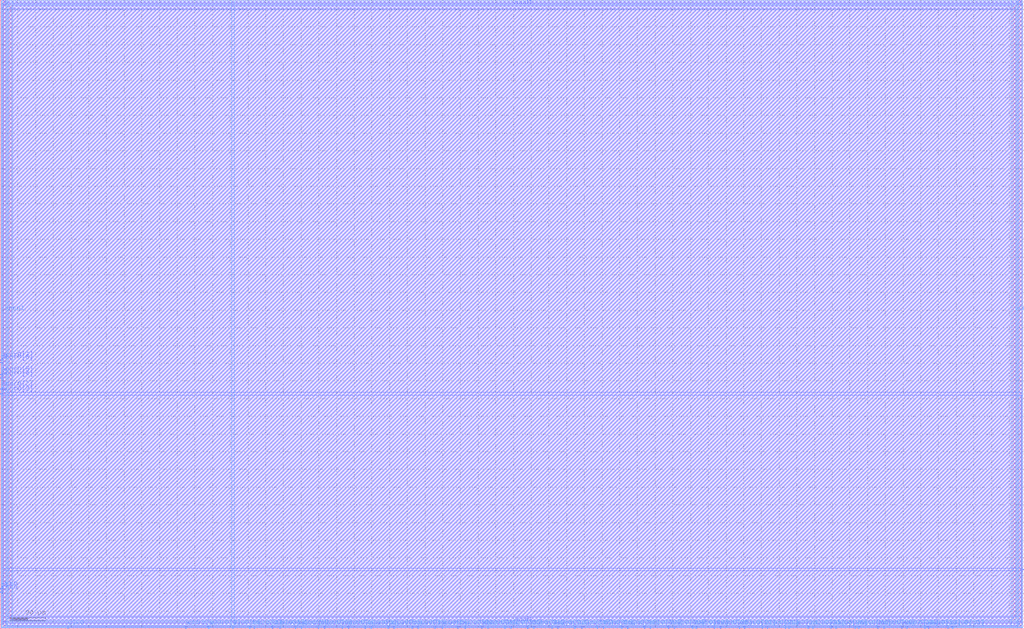
<source format=lef>
VERSION 5.4 ;
NAMESCASESENSITIVE ON ;
BUSBITCHARS "[]" ;
DIVIDERCHAR "/" ;
UNITS
  DATABASE MICRONS 2000 ;
END UNITS
MACRO sram_32_256_sky130A
   CLASS BLOCK ;
   SIZE 578.38 BY 355.34 ;
   SYMMETRY X Y R90 ;
   PIN din0[0]
      DIRECTION INPUT ;
      PORT
         LAYER met4 ;
         RECT  131.24 0.0 131.62 1.06 ;
      END
   END din0[0]
   PIN din0[1]
      DIRECTION INPUT ;
      PORT
         LAYER met4 ;
         RECT  143.48 0.0 143.86 1.06 ;
      END
   END din0[1]
   PIN din0[2]
      DIRECTION INPUT ;
      PORT
         LAYER met4 ;
         RECT  157.76 0.0 158.14 1.06 ;
      END
   END din0[2]
   PIN din0[3]
      DIRECTION INPUT ;
      PORT
         LAYER met4 ;
         RECT  170.0 0.0 170.38 1.06 ;
      END
   END din0[3]
   PIN din0[4]
      DIRECTION INPUT ;
      PORT
         LAYER met4 ;
         RECT  182.92 0.0 183.3 1.06 ;
      END
   END din0[4]
   PIN din0[5]
      DIRECTION INPUT ;
      PORT
         LAYER met4 ;
         RECT  196.52 0.0 196.9 1.06 ;
      END
   END din0[5]
   PIN din0[6]
      DIRECTION INPUT ;
      PORT
         LAYER met4 ;
         RECT  209.44 0.0 209.82 1.06 ;
      END
   END din0[6]
   PIN din0[7]
      DIRECTION INPUT ;
      PORT
         LAYER met4 ;
         RECT  222.36 0.0 222.74 1.06 ;
      END
   END din0[7]
   PIN din0[8]
      DIRECTION INPUT ;
      PORT
         LAYER met4 ;
         RECT  235.96 0.0 236.34 1.06 ;
      END
   END din0[8]
   PIN din0[9]
      DIRECTION INPUT ;
      PORT
         LAYER met4 ;
         RECT  249.56 0.0 249.94 1.06 ;
      END
   END din0[9]
   PIN din0[10]
      DIRECTION INPUT ;
      PORT
         LAYER met4 ;
         RECT  262.48 0.0 262.86 1.06 ;
      END
   END din0[10]
   PIN din0[11]
      DIRECTION INPUT ;
      PORT
         LAYER met4 ;
         RECT  275.4 0.0 275.78 1.06 ;
      END
   END din0[11]
   PIN din0[12]
      DIRECTION INPUT ;
      PORT
         LAYER met4 ;
         RECT  288.32 0.0 288.7 1.06 ;
      END
   END din0[12]
   PIN din0[13]
      DIRECTION INPUT ;
      PORT
         LAYER met4 ;
         RECT  301.24 0.0 301.62 1.06 ;
      END
   END din0[13]
   PIN din0[14]
      DIRECTION INPUT ;
      PORT
         LAYER met4 ;
         RECT  314.84 0.0 315.22 1.06 ;
      END
   END din0[14]
   PIN din0[15]
      DIRECTION INPUT ;
      PORT
         LAYER met4 ;
         RECT  328.44 0.0 328.82 1.06 ;
      END
   END din0[15]
   PIN din0[16]
      DIRECTION INPUT ;
      PORT
         LAYER met4 ;
         RECT  340.68 0.0 341.06 1.06 ;
      END
   END din0[16]
   PIN din0[17]
      DIRECTION INPUT ;
      PORT
         LAYER met4 ;
         RECT  354.28 0.0 354.66 1.06 ;
      END
   END din0[17]
   PIN din0[18]
      DIRECTION INPUT ;
      PORT
         LAYER met4 ;
         RECT  367.2 0.0 367.58 1.06 ;
      END
   END din0[18]
   PIN din0[19]
      DIRECTION INPUT ;
      PORT
         LAYER met4 ;
         RECT  380.8 0.0 381.18 1.06 ;
      END
   END din0[19]
   PIN din0[20]
      DIRECTION INPUT ;
      PORT
         LAYER met4 ;
         RECT  393.04 0.0 393.42 1.06 ;
      END
   END din0[20]
   PIN din0[21]
      DIRECTION INPUT ;
      PORT
         LAYER met4 ;
         RECT  406.64 0.0 407.02 1.06 ;
      END
   END din0[21]
   PIN din0[22]
      DIRECTION INPUT ;
      PORT
         LAYER met4 ;
         RECT  420.24 0.0 420.62 1.06 ;
      END
   END din0[22]
   PIN din0[23]
      DIRECTION INPUT ;
      PORT
         LAYER met4 ;
         RECT  433.16 0.0 433.54 1.06 ;
      END
   END din0[23]
   PIN din0[24]
      DIRECTION INPUT ;
      PORT
         LAYER met4 ;
         RECT  445.4 0.0 445.78 1.06 ;
      END
   END din0[24]
   PIN din0[25]
      DIRECTION INPUT ;
      PORT
         LAYER met4 ;
         RECT  459.0 0.0 459.38 1.06 ;
      END
   END din0[25]
   PIN din0[26]
      DIRECTION INPUT ;
      PORT
         LAYER met4 ;
         RECT  471.92 0.0 472.3 1.06 ;
      END
   END din0[26]
   PIN din0[27]
      DIRECTION INPUT ;
      PORT
         LAYER met4 ;
         RECT  484.84 0.0 485.22 1.06 ;
      END
   END din0[27]
   PIN din0[28]
      DIRECTION INPUT ;
      PORT
         LAYER met4 ;
         RECT  499.12 0.0 499.5 1.06 ;
      END
   END din0[28]
   PIN din0[29]
      DIRECTION INPUT ;
      PORT
         LAYER met4 ;
         RECT  512.04 0.0 512.42 1.06 ;
      END
   END din0[29]
   PIN din0[30]
      DIRECTION INPUT ;
      PORT
         LAYER met4 ;
         RECT  524.28 0.0 524.66 1.06 ;
      END
   END din0[30]
   PIN din0[31]
      DIRECTION INPUT ;
      PORT
         LAYER met4 ;
         RECT  537.88 0.0 538.26 1.06 ;
      END
   END din0[31]
   PIN addr0[0]
      DIRECTION INPUT ;
      PORT
         LAYER met4 ;
         RECT  104.72 0.0 105.1 1.06 ;
      END
   END addr0[0]
   PIN addr0[1]
      DIRECTION INPUT ;
      PORT
         LAYER met4 ;
         RECT  117.64 0.0 118.02 1.06 ;
      END
   END addr0[1]
   PIN addr0[2]
      DIRECTION INPUT ;
      PORT
         LAYER met3 ;
         RECT  0.0 132.6 1.06 132.98 ;
      END
   END addr0[2]
   PIN addr0[3]
      DIRECTION INPUT ;
      PORT
         LAYER met3 ;
         RECT  0.0 135.32 1.06 135.7 ;
      END
   END addr0[3]
   PIN addr0[4]
      DIRECTION INPUT ;
      PORT
         LAYER met3 ;
         RECT  0.0 141.44 1.06 141.82 ;
      END
   END addr0[4]
   PIN addr0[5]
      DIRECTION INPUT ;
      PORT
         LAYER met3 ;
         RECT  0.0 143.48 1.06 143.86 ;
      END
   END addr0[5]
   PIN addr0[6]
      DIRECTION INPUT ;
      PORT
         LAYER met3 ;
         RECT  0.0 150.28 1.06 150.66 ;
      END
   END addr0[6]
   PIN addr0[7]
      DIRECTION INPUT ;
      PORT
         LAYER met3 ;
         RECT  0.0 151.64 1.06 152.02 ;
      END
   END addr0[7]
   PIN csb0
      DIRECTION INPUT ;
      PORT
         LAYER met3 ;
         RECT  0.0 20.4 1.06 20.78 ;
      END
   END csb0
   PIN web0
      DIRECTION INPUT ;
      PORT
         LAYER met3 ;
         RECT  0.0 22.44 1.06 22.82 ;
      END
   END web0
   PIN clk0
      DIRECTION INPUT ;
      PORT
         LAYER met4 ;
         RECT  38.08 0.0 38.46 1.06 ;
      END
   END clk0
   PIN dout0[0]
      DIRECTION OUTPUT ;
      PORT
         LAYER met4 ;
         RECT  140.76 0.0 141.14 1.06 ;
      END
   END dout0[0]
   PIN dout0[1]
      DIRECTION OUTPUT ;
      PORT
         LAYER met4 ;
         RECT  153.68 0.0 154.06 1.06 ;
      END
   END dout0[1]
   PIN dout0[2]
      DIRECTION OUTPUT ;
      PORT
         LAYER met4 ;
         RECT  166.6 0.0 166.98 1.06 ;
      END
   END dout0[2]
   PIN dout0[3]
      DIRECTION OUTPUT ;
      PORT
         LAYER met4 ;
         RECT  179.52 0.0 179.9 1.06 ;
      END
   END dout0[3]
   PIN dout0[4]
      DIRECTION OUTPUT ;
      PORT
         LAYER met4 ;
         RECT  193.12 0.0 193.5 1.06 ;
      END
   END dout0[4]
   PIN dout0[5]
      DIRECTION OUTPUT ;
      PORT
         LAYER met4 ;
         RECT  206.04 0.0 206.42 1.06 ;
      END
   END dout0[5]
   PIN dout0[6]
      DIRECTION OUTPUT ;
      PORT
         LAYER met4 ;
         RECT  218.96 0.0 219.34 1.06 ;
      END
   END dout0[6]
   PIN dout0[7]
      DIRECTION OUTPUT ;
      PORT
         LAYER met4 ;
         RECT  232.56 0.0 232.94 1.06 ;
      END
   END dout0[7]
   PIN dout0[8]
      DIRECTION OUTPUT ;
      PORT
         LAYER met4 ;
         RECT  245.48 0.0 245.86 1.06 ;
      END
   END dout0[8]
   PIN dout0[9]
      DIRECTION OUTPUT ;
      PORT
         LAYER met4 ;
         RECT  258.4 0.0 258.78 1.06 ;
      END
   END dout0[9]
   PIN dout0[10]
      DIRECTION OUTPUT ;
      PORT
         LAYER met4 ;
         RECT  272.0 0.0 272.38 1.06 ;
      END
   END dout0[10]
   PIN dout0[11]
      DIRECTION OUTPUT ;
      PORT
         LAYER met4 ;
         RECT  284.92 0.0 285.3 1.06 ;
      END
   END dout0[11]
   PIN dout0[12]
      DIRECTION OUTPUT ;
      PORT
         LAYER met4 ;
         RECT  297.84 0.0 298.22 1.06 ;
      END
   END dout0[12]
   PIN dout0[13]
      DIRECTION OUTPUT ;
      PORT
         LAYER met4 ;
         RECT  311.44 0.0 311.82 1.06 ;
      END
   END dout0[13]
   PIN dout0[14]
      DIRECTION OUTPUT ;
      PORT
         LAYER met4 ;
         RECT  324.36 0.0 324.74 1.06 ;
      END
   END dout0[14]
   PIN dout0[15]
      DIRECTION OUTPUT ;
      PORT
         LAYER met4 ;
         RECT  337.28 0.0 337.66 1.06 ;
      END
   END dout0[15]
   PIN dout0[16]
      DIRECTION OUTPUT ;
      PORT
         LAYER met4 ;
         RECT  350.88 0.0 351.26 1.06 ;
      END
   END dout0[16]
   PIN dout0[17]
      DIRECTION OUTPUT ;
      PORT
         LAYER met4 ;
         RECT  363.8 0.0 364.18 1.06 ;
      END
   END dout0[17]
   PIN dout0[18]
      DIRECTION OUTPUT ;
      PORT
         LAYER met4 ;
         RECT  377.4 0.0 377.78 1.06 ;
      END
   END dout0[18]
   PIN dout0[19]
      DIRECTION OUTPUT ;
      PORT
         LAYER met4 ;
         RECT  391.0 0.0 391.38 1.06 ;
      END
   END dout0[19]
   PIN dout0[20]
      DIRECTION OUTPUT ;
      PORT
         LAYER met4 ;
         RECT  403.24 0.0 403.62 1.06 ;
      END
   END dout0[20]
   PIN dout0[21]
      DIRECTION OUTPUT ;
      PORT
         LAYER met4 ;
         RECT  417.52 0.0 417.9 1.06 ;
      END
   END dout0[21]
   PIN dout0[22]
      DIRECTION OUTPUT ;
      PORT
         LAYER met4 ;
         RECT  430.44 0.0 430.82 1.06 ;
      END
   END dout0[22]
   PIN dout0[23]
      DIRECTION OUTPUT ;
      PORT
         LAYER met4 ;
         RECT  443.36 0.0 443.74 1.06 ;
      END
   END dout0[23]
   PIN dout0[24]
      DIRECTION OUTPUT ;
      PORT
         LAYER met4 ;
         RECT  456.28 0.0 456.66 1.06 ;
      END
   END dout0[24]
   PIN dout0[25]
      DIRECTION OUTPUT ;
      PORT
         LAYER met4 ;
         RECT  469.2 0.0 469.58 1.06 ;
      END
   END dout0[25]
   PIN dout0[26]
      DIRECTION OUTPUT ;
      PORT
         LAYER met4 ;
         RECT  482.8 0.0 483.18 1.06 ;
      END
   END dout0[26]
   PIN dout0[27]
      DIRECTION OUTPUT ;
      PORT
         LAYER met4 ;
         RECT  495.72 0.0 496.1 1.06 ;
      END
   END dout0[27]
   PIN dout0[28]
      DIRECTION OUTPUT ;
      PORT
         LAYER met4 ;
         RECT  509.32 0.0 509.7 1.06 ;
      END
   END dout0[28]
   PIN dout0[29]
      DIRECTION OUTPUT ;
      PORT
         LAYER met4 ;
         RECT  522.24 0.0 522.62 1.06 ;
      END
   END dout0[29]
   PIN dout0[30]
      DIRECTION OUTPUT ;
      PORT
         LAYER met4 ;
         RECT  535.16 0.0 535.54 1.06 ;
      END
   END dout0[30]
   PIN dout0[31]
      DIRECTION OUTPUT ;
      PORT
         LAYER met3 ;
         RECT  577.32 33.32 578.38 33.7 ;
      END
   END dout0[31]
   PIN vccd1
      DIRECTION INOUT ;
      USE POWER ; 
      SHAPE ABUTMENT ; 
      PORT
         LAYER met4 ;
         RECT  4.76 4.76 6.5 351.94 ;
         LAYER met3 ;
         RECT  4.76 4.76 573.62 6.5 ;
         LAYER met3 ;
         RECT  4.76 350.2 573.62 351.94 ;
         LAYER met4 ;
         RECT  571.88 4.76 573.62 351.94 ;
      END
   END vccd1
   PIN vssd1
      DIRECTION INOUT ;
      USE GROUND ; 
      SHAPE ABUTMENT ; 
      PORT
         LAYER met4 ;
         RECT  575.28 1.36 577.02 355.34 ;
         LAYER met3 ;
         RECT  1.36 353.6 577.02 355.34 ;
         LAYER met3 ;
         RECT  1.36 1.36 577.02 3.1 ;
         LAYER met4 ;
         RECT  1.36 1.36 3.1 355.34 ;
      END
   END vssd1
   OBS
   LAYER  met1 ;
      RECT  0.62 0.62 577.76 354.72 ;
   LAYER  met2 ;
      RECT  0.62 0.62 577.76 354.72 ;
   LAYER  met3 ;
      RECT  1.66 132.0 577.76 133.58 ;
      RECT  0.62 133.58 1.66 134.72 ;
      RECT  0.62 136.3 1.66 140.84 ;
      RECT  0.62 142.42 1.66 142.88 ;
      RECT  0.62 144.46 1.66 149.68 ;
      RECT  0.62 21.38 1.66 21.84 ;
      RECT  0.62 23.42 1.66 132.0 ;
      RECT  1.66 32.72 576.72 34.3 ;
      RECT  1.66 34.3 576.72 132.0 ;
      RECT  576.72 34.3 577.76 132.0 ;
      RECT  1.66 4.16 4.16 7.1 ;
      RECT  1.66 7.1 4.16 32.72 ;
      RECT  4.16 7.1 574.22 32.72 ;
      RECT  574.22 4.16 576.72 7.1 ;
      RECT  574.22 7.1 576.72 32.72 ;
      RECT  1.66 133.58 4.16 349.6 ;
      RECT  1.66 349.6 4.16 352.54 ;
      RECT  4.16 133.58 574.22 349.6 ;
      RECT  574.22 133.58 577.76 349.6 ;
      RECT  574.22 349.6 577.76 352.54 ;
      RECT  0.62 152.62 0.76 353.0 ;
      RECT  0.62 353.0 0.76 354.72 ;
      RECT  0.76 152.62 1.66 353.0 ;
      RECT  1.66 352.54 4.16 353.0 ;
      RECT  4.16 352.54 574.22 353.0 ;
      RECT  574.22 352.54 577.62 353.0 ;
      RECT  577.62 352.54 577.76 353.0 ;
      RECT  577.62 353.0 577.76 354.72 ;
      RECT  0.62 0.62 0.76 0.76 ;
      RECT  0.62 0.76 0.76 3.7 ;
      RECT  0.62 3.7 0.76 19.8 ;
      RECT  0.76 0.62 1.66 0.76 ;
      RECT  0.76 3.7 1.66 19.8 ;
      RECT  576.72 0.62 577.62 0.76 ;
      RECT  576.72 3.7 577.62 32.72 ;
      RECT  577.62 0.62 577.76 0.76 ;
      RECT  577.62 0.76 577.76 3.7 ;
      RECT  577.62 3.7 577.76 32.72 ;
      RECT  1.66 0.62 4.16 0.76 ;
      RECT  1.66 3.7 4.16 4.16 ;
      RECT  4.16 0.62 574.22 0.76 ;
      RECT  4.16 3.7 574.22 4.16 ;
      RECT  574.22 0.62 576.72 0.76 ;
      RECT  574.22 3.7 576.72 4.16 ;
   LAYER  met4 ;
      RECT  130.64 1.66 132.22 354.72 ;
      RECT  105.7 0.62 117.04 1.66 ;
      RECT  118.62 0.62 130.64 1.66 ;
      RECT  39.06 0.62 104.12 1.66 ;
      RECT  132.22 0.62 140.16 1.66 ;
      RECT  141.74 0.62 142.88 1.66 ;
      RECT  144.46 0.62 153.08 1.66 ;
      RECT  154.66 0.62 157.16 1.66 ;
      RECT  158.74 0.62 166.0 1.66 ;
      RECT  167.58 0.62 169.4 1.66 ;
      RECT  170.98 0.62 178.92 1.66 ;
      RECT  180.5 0.62 182.32 1.66 ;
      RECT  183.9 0.62 192.52 1.66 ;
      RECT  194.1 0.62 195.92 1.66 ;
      RECT  197.5 0.62 205.44 1.66 ;
      RECT  207.02 0.62 208.84 1.66 ;
      RECT  210.42 0.62 218.36 1.66 ;
      RECT  219.94 0.62 221.76 1.66 ;
      RECT  223.34 0.62 231.96 1.66 ;
      RECT  233.54 0.62 235.36 1.66 ;
      RECT  236.94 0.62 244.88 1.66 ;
      RECT  246.46 0.62 248.96 1.66 ;
      RECT  250.54 0.62 257.8 1.66 ;
      RECT  259.38 0.62 261.88 1.66 ;
      RECT  263.46 0.62 271.4 1.66 ;
      RECT  272.98 0.62 274.8 1.66 ;
      RECT  276.38 0.62 284.32 1.66 ;
      RECT  285.9 0.62 287.72 1.66 ;
      RECT  289.3 0.62 297.24 1.66 ;
      RECT  298.82 0.62 300.64 1.66 ;
      RECT  302.22 0.62 310.84 1.66 ;
      RECT  312.42 0.62 314.24 1.66 ;
      RECT  315.82 0.62 323.76 1.66 ;
      RECT  325.34 0.62 327.84 1.66 ;
      RECT  329.42 0.62 336.68 1.66 ;
      RECT  338.26 0.62 340.08 1.66 ;
      RECT  341.66 0.62 350.28 1.66 ;
      RECT  351.86 0.62 353.68 1.66 ;
      RECT  355.26 0.62 363.2 1.66 ;
      RECT  364.78 0.62 366.6 1.66 ;
      RECT  368.18 0.62 376.8 1.66 ;
      RECT  378.38 0.62 380.2 1.66 ;
      RECT  381.78 0.62 390.4 1.66 ;
      RECT  391.98 0.62 392.44 1.66 ;
      RECT  394.02 0.62 402.64 1.66 ;
      RECT  404.22 0.62 406.04 1.66 ;
      RECT  407.62 0.62 416.92 1.66 ;
      RECT  418.5 0.62 419.64 1.66 ;
      RECT  421.22 0.62 429.84 1.66 ;
      RECT  431.42 0.62 432.56 1.66 ;
      RECT  434.14 0.62 442.76 1.66 ;
      RECT  444.34 0.62 444.8 1.66 ;
      RECT  446.38 0.62 455.68 1.66 ;
      RECT  457.26 0.62 458.4 1.66 ;
      RECT  459.98 0.62 468.6 1.66 ;
      RECT  470.18 0.62 471.32 1.66 ;
      RECT  472.9 0.62 482.2 1.66 ;
      RECT  483.78 0.62 484.24 1.66 ;
      RECT  485.82 0.62 495.12 1.66 ;
      RECT  496.7 0.62 498.52 1.66 ;
      RECT  500.1 0.62 508.72 1.66 ;
      RECT  510.3 0.62 511.44 1.66 ;
      RECT  513.02 0.62 521.64 1.66 ;
      RECT  523.22 0.62 523.68 1.66 ;
      RECT  525.26 0.62 534.56 1.66 ;
      RECT  536.14 0.62 537.28 1.66 ;
      RECT  4.16 1.66 7.1 4.16 ;
      RECT  4.16 352.54 7.1 354.72 ;
      RECT  7.1 1.66 130.64 4.16 ;
      RECT  7.1 4.16 130.64 352.54 ;
      RECT  7.1 352.54 130.64 354.72 ;
      RECT  132.22 1.66 571.28 4.16 ;
      RECT  132.22 4.16 571.28 352.54 ;
      RECT  132.22 352.54 571.28 354.72 ;
      RECT  571.28 1.66 574.22 4.16 ;
      RECT  571.28 352.54 574.22 354.72 ;
      RECT  538.86 0.62 574.68 0.76 ;
      RECT  538.86 0.76 574.68 1.66 ;
      RECT  574.68 0.62 577.62 0.76 ;
      RECT  577.62 0.62 577.76 0.76 ;
      RECT  577.62 0.76 577.76 1.66 ;
      RECT  574.22 1.66 574.68 4.16 ;
      RECT  577.62 1.66 577.76 4.16 ;
      RECT  574.22 4.16 574.68 352.54 ;
      RECT  577.62 4.16 577.76 352.54 ;
      RECT  574.22 352.54 574.68 354.72 ;
      RECT  577.62 352.54 577.76 354.72 ;
      RECT  0.62 0.62 0.76 0.76 ;
      RECT  0.62 0.76 0.76 1.66 ;
      RECT  0.76 0.62 3.7 0.76 ;
      RECT  3.7 0.62 37.48 0.76 ;
      RECT  3.7 0.76 37.48 1.66 ;
      RECT  0.62 1.66 0.76 4.16 ;
      RECT  3.7 1.66 4.16 4.16 ;
      RECT  0.62 4.16 0.76 352.54 ;
      RECT  3.7 4.16 4.16 352.54 ;
      RECT  0.62 352.54 0.76 354.72 ;
      RECT  3.7 352.54 4.16 354.72 ;
   END
END    sram_32_256_sky130A
END    LIBRARY

</source>
